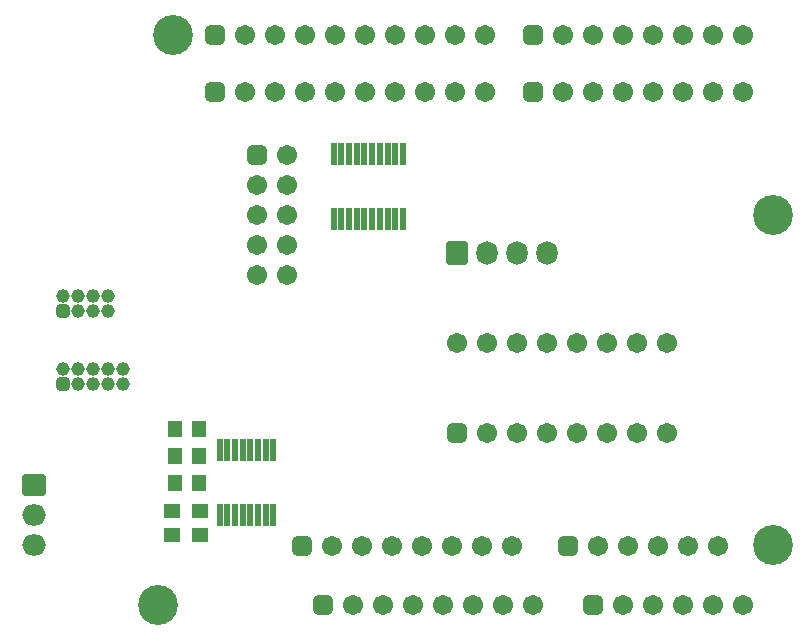
<source format=gbs>
G04*
G04 #@! TF.GenerationSoftware,Altium Limited,Altium Designer,19.1.6 (110)*
G04*
G04 Layer_Color=16711935*
%FSLAX43Y43*%
%MOMM*%
G71*
G01*
G75*
%ADD30R,1.219X1.473*%
%ADD31R,1.473X1.219*%
%ADD34R,0.553X1.953*%
%ADD36C,1.153*%
G04:AMPARAMS|DCode=37|XSize=1.153mm|YSize=1.153mm|CornerRadius=0.339mm|HoleSize=0mm|Usage=FLASHONLY|Rotation=0.000|XOffset=0mm|YOffset=0mm|HoleType=Round|Shape=RoundedRectangle|*
%AMROUNDEDRECTD37*
21,1,1.153,0.475,0,0,0.0*
21,1,0.475,1.153,0,0,0.0*
1,1,0.678,0.238,-0.238*
1,1,0.678,-0.238,-0.238*
1,1,0.678,-0.238,0.238*
1,1,0.678,0.238,0.238*
%
%ADD37ROUNDEDRECTD37*%
%ADD38C,1.703*%
G04:AMPARAMS|DCode=39|XSize=1.703mm|YSize=1.703mm|CornerRadius=0.477mm|HoleSize=0mm|Usage=FLASHONLY|Rotation=270.000|XOffset=0mm|YOffset=0mm|HoleType=Round|Shape=RoundedRectangle|*
%AMROUNDEDRECTD39*
21,1,1.703,0.750,0,0,270.0*
21,1,0.750,1.703,0,0,270.0*
1,1,0.953,-0.375,-0.375*
1,1,0.953,-0.375,0.375*
1,1,0.953,0.375,0.375*
1,1,0.953,0.375,-0.375*
%
%ADD39ROUNDEDRECTD39*%
%ADD40O,1.803X2.003*%
G04:AMPARAMS|DCode=41|XSize=1.803mm|YSize=2.003mm|CornerRadius=0.182mm|HoleSize=0mm|Usage=FLASHONLY|Rotation=0.000|XOffset=0mm|YOffset=0mm|HoleType=Round|Shape=RoundedRectangle|*
%AMROUNDEDRECTD41*
21,1,1.803,1.640,0,0,0.0*
21,1,1.440,2.003,0,0,0.0*
1,1,0.363,0.720,-0.820*
1,1,0.363,-0.720,-0.820*
1,1,0.363,-0.720,0.820*
1,1,0.363,0.720,0.820*
%
%ADD41ROUNDEDRECTD41*%
G04:AMPARAMS|DCode=42|XSize=1.703mm|YSize=1.703mm|CornerRadius=0.477mm|HoleSize=0mm|Usage=FLASHONLY|Rotation=0.000|XOffset=0mm|YOffset=0mm|HoleType=Round|Shape=RoundedRectangle|*
%AMROUNDEDRECTD42*
21,1,1.703,0.750,0,0,0.0*
21,1,0.750,1.703,0,0,0.0*
1,1,0.953,0.375,-0.375*
1,1,0.953,-0.375,-0.375*
1,1,0.953,-0.375,0.375*
1,1,0.953,0.375,0.375*
%
%ADD42ROUNDEDRECTD42*%
%ADD43O,2.003X1.803*%
G04:AMPARAMS|DCode=44|XSize=1.803mm|YSize=2.003mm|CornerRadius=0.182mm|HoleSize=0mm|Usage=FLASHONLY|Rotation=270.000|XOffset=0mm|YOffset=0mm|HoleType=Round|Shape=RoundedRectangle|*
%AMROUNDEDRECTD44*
21,1,1.803,1.640,0,0,270.0*
21,1,1.440,2.003,0,0,270.0*
1,1,0.363,-0.820,-0.720*
1,1,0.363,-0.820,0.720*
1,1,0.363,0.820,0.720*
1,1,0.363,0.820,-0.720*
%
%ADD44ROUNDEDRECTD44*%
%ADD45C,3.378*%
D30*
X77016Y64500D02*
D03*
X74984D02*
D03*
X74924Y62230D02*
D03*
X76956D02*
D03*
X74915Y59995D02*
D03*
X76947D02*
D03*
D31*
X77047Y55591D02*
D03*
Y57623D02*
D03*
X74648Y55591D02*
D03*
Y57623D02*
D03*
D34*
X89038Y82302D02*
D03*
X88388D02*
D03*
Y87827D02*
D03*
X89038D02*
D03*
X89688D02*
D03*
X90338D02*
D03*
X90988D02*
D03*
X91638D02*
D03*
X89688Y82302D02*
D03*
X90338D02*
D03*
X90988D02*
D03*
X91638D02*
D03*
X92288D02*
D03*
X92938D02*
D03*
X93588D02*
D03*
X94238D02*
D03*
Y87827D02*
D03*
X93588D02*
D03*
X92938D02*
D03*
X92288D02*
D03*
X78725Y62763D02*
D03*
X79375D02*
D03*
X80025D02*
D03*
X80675D02*
D03*
X81325D02*
D03*
X81975D02*
D03*
X82625D02*
D03*
X83275D02*
D03*
X79375Y57237D02*
D03*
X80025D02*
D03*
X80675D02*
D03*
X81325D02*
D03*
X81975D02*
D03*
X82625D02*
D03*
X83275D02*
D03*
X78725D02*
D03*
D36*
X69270Y74525D02*
D03*
X68000D02*
D03*
X66730D02*
D03*
X69270Y75795D02*
D03*
X68000D02*
D03*
X66730D02*
D03*
X65460D02*
D03*
X70540Y69635D02*
D03*
Y68365D02*
D03*
X69270D02*
D03*
X68000D02*
D03*
X66730D02*
D03*
X69270Y69635D02*
D03*
X68000D02*
D03*
X66730D02*
D03*
X65460D02*
D03*
D37*
Y74525D02*
D03*
Y68365D02*
D03*
D38*
X84430Y82677D02*
D03*
X81890D02*
D03*
X84430Y85217D02*
D03*
X81890D02*
D03*
X84430Y87757D02*
D03*
X81890Y80137D02*
D03*
X84430D02*
D03*
X81890Y77597D02*
D03*
X84430D02*
D03*
X123008Y49657D02*
D03*
X120468D02*
D03*
X117928D02*
D03*
X115388D02*
D03*
X112848D02*
D03*
X116586Y64237D02*
D03*
X114046D02*
D03*
X101346D02*
D03*
X103886D02*
D03*
X108966D02*
D03*
X111506D02*
D03*
X106426D02*
D03*
X111506Y71857D02*
D03*
X114046D02*
D03*
X116586D02*
D03*
X106426D02*
D03*
X108966D02*
D03*
X103886D02*
D03*
X101346D02*
D03*
X98806D02*
D03*
X91064Y93091D02*
D03*
X88524D02*
D03*
X85984D02*
D03*
X83444D02*
D03*
X80904D02*
D03*
X93604D02*
D03*
X96144D02*
D03*
X98684D02*
D03*
X101224D02*
D03*
X120955Y54661D02*
D03*
X118415D02*
D03*
X115875D02*
D03*
X113335D02*
D03*
X110795D02*
D03*
X117958Y97917D02*
D03*
X115418D02*
D03*
X112878D02*
D03*
X110338D02*
D03*
X107798D02*
D03*
X120498D02*
D03*
X123038D02*
D03*
X101224D02*
D03*
X98684D02*
D03*
X96144D02*
D03*
X93604D02*
D03*
X80904D02*
D03*
X83444D02*
D03*
X85984D02*
D03*
X88524D02*
D03*
X91064D02*
D03*
X103480Y54661D02*
D03*
X100940D02*
D03*
X88240D02*
D03*
X90780D02*
D03*
X93320D02*
D03*
X95860D02*
D03*
X98400D02*
D03*
X100178Y49657D02*
D03*
X97638D02*
D03*
X95098D02*
D03*
X92558D02*
D03*
X90018D02*
D03*
X102718D02*
D03*
X105258D02*
D03*
X117958Y93091D02*
D03*
X115418D02*
D03*
X112878D02*
D03*
X110338D02*
D03*
X107798D02*
D03*
X120498D02*
D03*
X123038D02*
D03*
D39*
X81890Y87757D02*
D03*
X98806Y64237D02*
D03*
D40*
X106451Y79477D02*
D03*
X103911D02*
D03*
X101371D02*
D03*
D41*
X98831D02*
D03*
D42*
X110308Y49657D02*
D03*
X78364Y93091D02*
D03*
X108255Y54661D02*
D03*
X105258Y97917D02*
D03*
X78364D02*
D03*
X85700Y54661D02*
D03*
X87478Y49657D02*
D03*
X105258Y93091D02*
D03*
D43*
X63000Y54710D02*
D03*
Y57250D02*
D03*
D44*
Y59790D02*
D03*
D45*
X74808Y97917D02*
D03*
X125608Y54737D02*
D03*
Y82677D02*
D03*
X73508Y49657D02*
D03*
M02*

</source>
